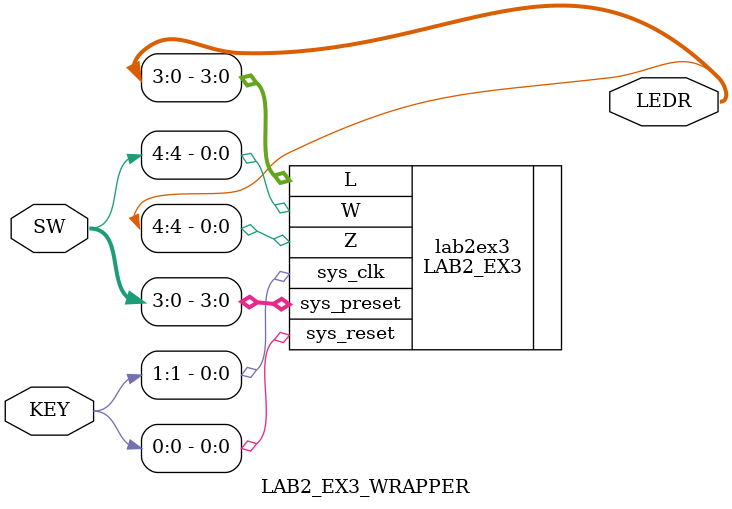
<source format=sv>
module LAB2_EX3_WRAPPER
(
	input logic [1:0] KEY,
	input logic [4:0]SW,
	output logic [4:0] LEDR
);
LAB2_EX3 lab2ex3
(
	.W(SW[4]),
	.sys_clk(KEY[1]),
	.sys_reset(KEY[0]),
	.sys_preset(SW[3:0]),
	.L(LEDR[3:0]),
	.Z(LEDR[4])
);
endmodule
</source>
